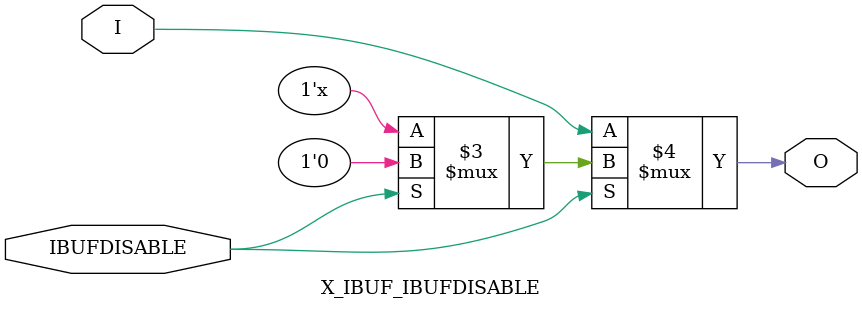
<source format=v>

`timescale  1 ps / 1 ps


module X_IBUF_IBUFDISABLE (O, I, IBUFDISABLE);

    parameter CAPACITANCE = "DONT_CARE";
    parameter IBUF_DELAY_VALUE = "0";
    parameter IBUF_LOW_PWR = "TRUE";
    parameter IFD_DELAY_VALUE = "AUTO";
    parameter IOSTANDARD = "DEFAULT";
    parameter LOC = "UNPLACED";
    
    output O;

    input  I;
    input  IBUFDISABLE;

    initial begin
	
        case (CAPACITANCE)

            "LOW", "NORMAL", "DONT_CARE" : ;
            default : begin
                          $display("Attribute Syntax Error : The attribute CAPACITANCE on X_IBUF_IBUFDISABLE instance %m is set to %s.  Legal values for this attribute are DONT_CARE, LOW or NORMAL.", CAPACITANCE);
                          $finish;
                      end

        endcase


	case (IBUF_DELAY_VALUE)

            "0", "1", "2", "3", "4", "5", "6", "7", "8", "9", "10", "11", "12", "13", "14", "15", "16" : ;
            default : begin
                          $display("Attribute Syntax Error : The attribute IBUF_DELAY_VALUE on X_IBUF_IBUFDISABLE instance %m is set to %s.  Legal values for this attribute are 0, 1, 2, ... or 16.", IBUF_DELAY_VALUE);
                          $finish;
                      end

        endcase

        case (IBUF_LOW_PWR)

            "FALSE", "TRUE" : ;
            default : begin
                          $display("Attribute Syntax Error : The attribute IBUF_LOW_PWR on X_IBUF_IBUFDISABLE instance %m is set to %s.  Legal values for this attribute are TRUE or FALSE.", IBUF_LOW_PWR);
                          $finish;
                      end

        endcase


	case (IFD_DELAY_VALUE)

            "AUTO", "0", "1", "2", "3", "4", "5", "6", "7", "8" : ;
            default : begin
                          $display("Attribute Syntax Error : The attribute IFD_DELAY_VALUE on X_IBUF_IBUFDISABLE instance %m is set to %s.  Legal values for this attribute are AUTO, 0, 1, 2, ... or 8.", IFD_DELAY_VALUE);
                          $finish;
                      end

	endcase
	
    end

    assign O = (IBUFDISABLE == 0)? I : (IBUFDISABLE == 1)? 1'b0  : 1'bx;

    specify

        (I => O) 		= (0:0:0,  0:0:0);
        (IBUFDISABLE => O)	= (0:0:0,  0:0:0);

        specparam PATHPULSE$ = 0;

    endspecify

endmodule

</source>
